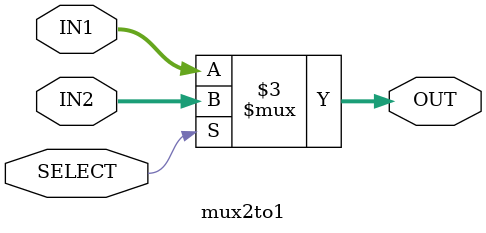
<source format=v>

module mux2to1(IN1, IN2, OUT, SELECT);
	input [7:0] IN1, IN2;
	input SELECT;
	output reg [7:0] OUT;

    always @(*) begin 
        if (SELECT) begin 
            OUT = IN2; 
        end 

        else OUT = IN1;  
    end	
endmodule
</source>
